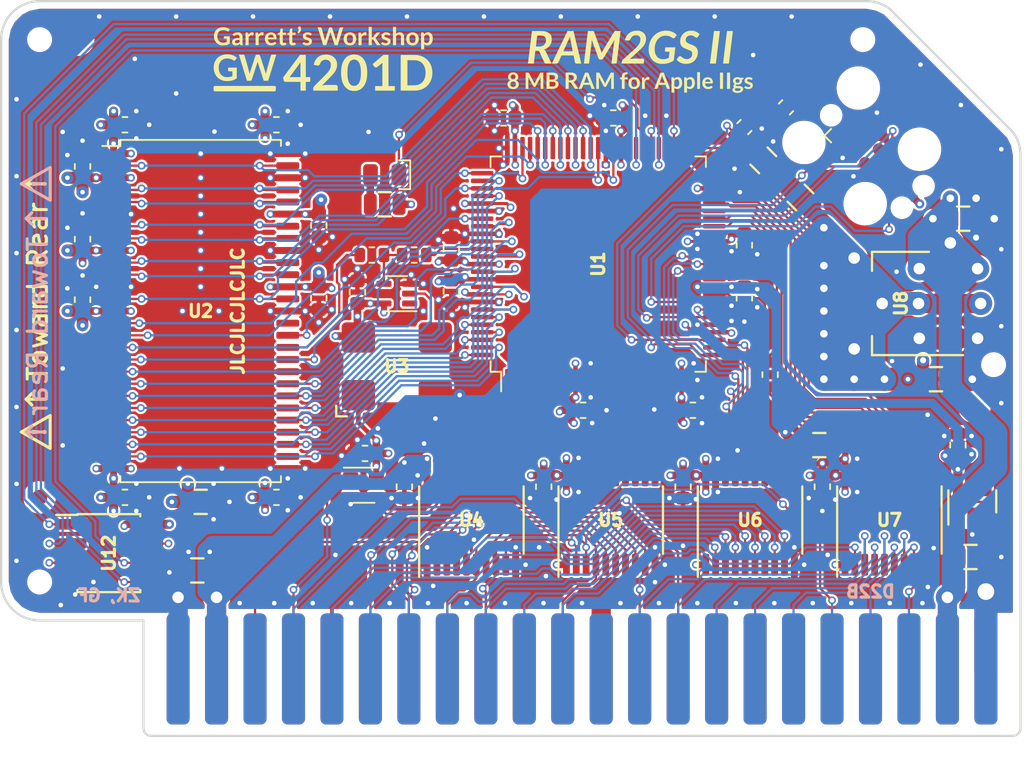
<source format=kicad_pcb>
(kicad_pcb (version 20221018) (generator pcbnew)

  (general
    (thickness 1.6108)
  )

  (paper "A4")
  (title_block
    (title "GW4201D (RAM2GS II) - LCMXO256 / LCMXO640")
    (date "2024-04-24")
    (rev "2.2")
    (company "Garrett's Workshop")
  )

  (layers
    (0 "F.Cu" signal)
    (1 "In1.Cu" power)
    (2 "In2.Cu" power)
    (31 "B.Cu" signal)
    (32 "B.Adhes" user "B.Adhesive")
    (33 "F.Adhes" user "F.Adhesive")
    (34 "B.Paste" user)
    (35 "F.Paste" user)
    (36 "B.SilkS" user "B.Silkscreen")
    (37 "F.SilkS" user "F.Silkscreen")
    (38 "B.Mask" user)
    (39 "F.Mask" user)
    (40 "Dwgs.User" user "User.Drawings")
    (41 "Cmts.User" user "User.Comments")
    (42 "Eco1.User" user "User.Eco1")
    (43 "Eco2.User" user "User.Eco2")
    (44 "Edge.Cuts" user)
    (45 "Margin" user)
    (46 "B.CrtYd" user "B.Courtyard")
    (47 "F.CrtYd" user "F.Courtyard")
    (48 "B.Fab" user)
    (49 "F.Fab" user)
  )

  (setup
    (stackup
      (layer "F.SilkS" (type "Top Silk Screen"))
      (layer "F.Paste" (type "Top Solder Paste"))
      (layer "F.Mask" (type "Top Solder Mask") (thickness 0.01))
      (layer "F.Cu" (type "copper") (thickness 0.035))
      (layer "dielectric 1" (type "core") (thickness 0.2104) (material "FR4") (epsilon_r 4.6) (loss_tangent 0.02))
      (layer "In1.Cu" (type "copper") (thickness 0.0175))
      (layer "dielectric 2" (type "prepreg") (thickness 1.065) (material "FR4") (epsilon_r 4.5) (loss_tangent 0.02))
      (layer "In2.Cu" (type "copper") (thickness 0.0175))
      (layer "dielectric 3" (type "core") (thickness 0.2104) (material "FR4") (epsilon_r 4.6) (loss_tangent 0.02))
      (layer "B.Cu" (type "copper") (thickness 0.035))
      (layer "B.Mask" (type "Bottom Solder Mask") (thickness 0.01))
      (layer "B.Paste" (type "Bottom Solder Paste"))
      (layer "B.SilkS" (type "Bottom Silk Screen"))
      (copper_finish "None")
      (dielectric_constraints no)
    )
    (pad_to_mask_clearance 0.0762)
    (solder_mask_min_width 0.127)
    (pad_to_paste_clearance -0.0381)
    (pcbplotparams
      (layerselection 0x00210f8_ffffffff)
      (plot_on_all_layers_selection 0x0000000_00000000)
      (disableapertmacros false)
      (usegerberextensions true)
      (usegerberattributes false)
      (usegerberadvancedattributes false)
      (creategerberjobfile false)
      (dashed_line_dash_ratio 12.000000)
      (dashed_line_gap_ratio 3.000000)
      (svgprecision 4)
      (plotframeref false)
      (viasonmask false)
      (mode 1)
      (useauxorigin false)
      (hpglpennumber 1)
      (hpglpenspeed 20)
      (hpglpendiameter 15.000000)
      (dxfpolygonmode true)
      (dxfimperialunits true)
      (dxfusepcbnewfont true)
      (psnegative false)
      (psa4output false)
      (plotreference true)
      (plotvalue true)
      (plotinvisibletext false)
      (sketchpadsonfab false)
      (subtractmaskfromsilk true)
      (outputformat 1)
      (mirror false)
      (drillshape 0)
      (scaleselection 1)
      (outputdirectory "gerber/")
    )
  )

  (net 0 "")
  (net 1 "GND")
  (net 2 "/FA15")
  (net 3 "/FA14")
  (net 4 "/FA13")
  (net 5 "/FA12")
  (net 6 "/FA11")
  (net 7 "/FA10")
  (net 8 "/~{CRAS}")
  (net 9 "/ABORT")
  (net 10 "/PH2")
  (net 11 "/~{CSEL}")
  (net 12 "/~{CROMSEL}")
  (net 13 "/CROW1")
  (net 14 "/CROW0")
  (net 15 "/~{CCAS}")
  (net 16 "/~{FWE}")
  (net 17 "/FRA1")
  (net 18 "/FRA2")
  (net 19 "/FRA0")
  (net 20 "/FRA7")
  (net 21 "/FRA5")
  (net 22 "/FRA4")
  (net 23 "/FRA3")
  (net 24 "/FRA6")
  (net 25 "/FRA8")
  (net 26 "/FRA9")
  (net 27 "/FD2")
  (net 28 "/FD7")
  (net 29 "/FD0")
  (net 30 "/FD6")
  (net 31 "/FD4")
  (net 32 "/FD5")
  (net 33 "/FD3")
  (net 34 "/FD1")
  (net 35 "/AClk")
  (net 36 "/RClk")
  (net 37 "+3V3")
  (net 38 "/Dout5")
  (net 39 "/Dout6")
  (net 40 "/Dout4")
  (net 41 "/Dout7")
  (net 42 "/Dout2")
  (net 43 "/Dout1")
  (net 44 "/Dout0")
  (net 45 "/Dout3")
  (net 46 "/Din3")
  (net 47 "/Din0")
  (net 48 "/Din1")
  (net 49 "/Din2")
  (net 50 "/Din7")
  (net 51 "/Din4")
  (net 52 "/Din6")
  (net 53 "/Din5")
  (net 54 "/~{WE}in")
  (net 55 "/Ain0")
  (net 56 "/Ain2")
  (net 57 "/Ain1")
  (net 58 "/PH2in")
  (net 59 "/~{CCAS}in")
  (net 60 "/CROWin0")
  (net 61 "/CROWin1")
  (net 62 "/~{CRAS}in")
  (net 63 "/RD0")
  (net 64 "/RD2")
  (net 65 "/RD1")
  (net 66 "/RD3")
  (net 67 "/RD7")
  (net 68 "/RD5")
  (net 69 "/RD6")
  (net 70 "/RD4")
  (net 71 "/Ain7")
  (net 72 "/Ain5")
  (net 73 "/Ain4")
  (net 74 "/Ain3")
  (net 75 "/Ain6")
  (net 76 "/Ain8")
  (net 77 "/Ain9")
  (net 78 "/DQMH")
  (net 79 "/CKE")
  (net 80 "/RA11")
  (net 81 "/RA9")
  (net 82 "/RA8")
  (net 83 "/RA7")
  (net 84 "/RA6")
  (net 85 "/RA5")
  (net 86 "/RA4")
  (net 87 "/RA3")
  (net 88 "/RA2")
  (net 89 "/RA1")
  (net 90 "/RA0")
  (net 91 "/RA10")
  (net 92 "/BA1")
  (net 93 "/BA0")
  (net 94 "/R~{CS}")
  (net 95 "/R~{RAS}")
  (net 96 "/R~{CAS}")
  (net 97 "/R~{WE}")
  (net 98 "/DQML")
  (net 99 "Net-(D1-A)")
  (net 100 "/TDI")
  (net 101 "unconnected-(J2-Pin_8-Pad8)")
  (net 102 "/TMS")
  (net 103 "/TDO")
  (net 104 "/TCK")
  (net 105 "+5V")
  (net 106 "unconnected-(J2-Pin_9-Pad9)")
  (net 107 "unconnected-(J2-Pin_10-Pad10)")
  (net 108 "Net-(U7-B0)")
  (net 109 "/MISO")
  (net 110 "/MOSI")
  (net 111 "/SCK")
  (net 112 "/S~{CS}")
  (net 113 "+1V2")
  (net 114 "Net-(U10-Y)")
  (net 115 "unconnected-(U1-PL4A-Pad9)")
  (net 116 "unconnected-(U1-PL4C-Pad11)")
  (net 117 "unconnected-(U1-PL4D-Pad13)")
  (net 118 "unconnected-(U1-PB5B{slash}PCLK2_1-Pad36)")
  (net 119 "unconnected-(U1-PR11B-Pad52)")
  (net 120 "unconnected-(U1-PR11A-Pad54)")
  (net 121 "unconnected-(U1-PR9D-Pad59)")
  (net 122 "Net-(U10-A)")
  (net 123 "Net-(U4-~{OE})")
  (net 124 "unconnected-(U9-NC-Pad1)")
  (net 125 "unconnected-(U10-NC-Pad1)")
  (net 126 "unconnected-(U11-NC-Pad4)")
  (net 127 "/LED")
  (net 128 "/TCKr")
  (net 129 "5VC")

  (footprint "stdpads:AppleIIgsMemoryExpansion_Edge" (layer "F.Cu") (at 84.328 135.382))

  (footprint "stdpads:C_0603" (layer "F.Cu") (at 51.35 106.9 90))

  (footprint "stdpads:C_0603" (layer "F.Cu") (at 51.35 102.1 90))

  (footprint "stdpads:C_0603" (layer "F.Cu") (at 54.15 99.35))

  (footprint "stdpads:C_0603" (layer "F.Cu") (at 64.15 123.95))

  (footprint "stdpads:C_0603" (layer "F.Cu") (at 64.15 99.35))

  (footprint "stdpads:C_0603" (layer "F.Cu") (at 66.95 110.8 -90))

  (footprint "stdpads:C_0603" (layer "F.Cu") (at 66.95 106 -90))

  (footprint "stdpads:C_0603" (layer "F.Cu") (at 51.35 110.9 90))

  (footprint "stdpads:C_0603" (layer "F.Cu") (at 54.15 123.95))

  (footprint "stdpads:PasteHole_1.1mm_PTH" (layer "F.Cu") (at 110.998 130.175))

  (footprint "stdpads:C_0603" (layer "F.Cu") (at 100.2 123.25 -90))

  (footprint "stdpads:TSSOP-20_4.4x6.5mm_P0.65mm" (layer "F.Cu") (at 95.425 125.45))

  (footprint "stdpads:C_0603" (layer "F.Cu") (at 91 123.25 -90))

  (footprint "stdpads:C_0603" (layer "F.Cu") (at 81.8 123.25 -90))

  (footprint "stdpads:TSSOP-20_4.4x6.5mm_P0.65mm" (layer "F.Cu") (at 104.625 125.45))

  (footprint "stdpads:C_0603" (layer "F.Cu") (at 72.6 123.25 -90))

  (footprint "stdpads:TSSOP-20_4.4x6.5mm_P0.65mm" (layer "F.Cu") (at 86.225 125.45))

  (footprint "stdpads:C_0805" (layer "F.Cu") (at 58.928 128.778 180))

  (footprint "stdpads:C_0805" (layer "F.Cu") (at 109.982 127.889))

  (footprint "stdpads:Fiducial" (layer "F.Cu") (at 100.33 93.726))

  (footprint "stdpads:SOT-223" (layer "F.Cu") (at 105.387 111.15))

  (footprint "stdpads:C_0805" (layer "F.Cu") (at 109.5 105.55))

  (footprint "stdpads:C_0805" (layer "F.Cu") (at 107.7 116.15))

  (footprint "stdpads:R_0805" (layer "F.Cu") (at 96.3 101.7 -45))

  (footprint "stdpads:R_0805" (layer "F.Cu") (at 98.75 104.15 135))

  (footprint "stdpads:Fiducial" (layer "F.Cu") (at 51.054 93.726))

  (footprint "stdpads:SOT-353" (layer "F.Cu") (at 69.9 123.15 -90))

  (footprint "stdpads:Tag-Connect_TC2050-IDC-FP_2x05_P1.27mm_Vertical" (layer "F.Cu") (at 103.474 101.415 -45))

  (footprint "stdpads:TSSOP-20_4.4x6.5mm_P0.65mm" (layer "F.Cu") (at 77.025 125.45))

  (footprint "stdpads:TSOP-II-54_22.2x10.16mm_P0.8mm" (layer "F.Cu") (at 59.15 111.65 -90))

  (footprint "stdpads:Crystal_SMD_7050-4Pin_7.0x5.0mm_SiTime" (layer "F.Cu") (at 72.1 115.3))

  (footprint "stdpads:SOT-353" (layer "F.Cu") (at 72.1 110.5 90))

  (footprint "stdpads:C_0603" (layer "F.Cu") (at 69.5 110.4 90))

  (footprint "stdpads:PasteHole_1.152mm_NPTH" (layer "F.Cu") (at 48.514 93.726))

  (footprint "stdpads:PasteHole_1.152mm_NPTH" (layer "F.Cu") (at 102.87 93.726))

  (footprint "stdpads:C_0805" (layer "F.Cu") (at 59.15 124.25))

  (footprint "stdpads:C_0603" (layer "F.Cu") (at 70 121.05 180))

  (footprint "stdpads:C_0603" (layer "F.Cu") (at 79.15 98.9 180))

  (footprint "stdpads:C_0603" (layer "F.Cu") (at 86.4 98.9 180))

  (footprint "stdpads:C_0603" (layer "F.Cu") (at 95.05 107.3 -90))

  (footprint "stdpads:C_0603" (layer "F.Cu") (at 95.05 110.8 -90))

  (footprint "stdpads:C_0603" (layer "F.Cu") (at 84.4 118.2))

  (footprint "stdpads:C_0603" (layer "F.Cu") (at 75.7 110.35 -90))

  (footprint "stdpads:C_0603" (layer "F.Cu") (at 91.65 118.2))

  (footprint "stdpads:C_0603" (layer "F.Cu") (at 75.7 107.55 90))

  (footprint "stdpads:TQFP-100_14x14mm_P0.5mm" (layer "F.Cu")
    (tstamp 00000000-0000-0000-0000-0000608a17f1)
    (at 85.4 108.55)
    (descr "TQFP, 100 Pin (http://www.microsemi.com/index.php?option=com_docman&task=doc_download&gid=131095), generated with kicad-footprint-generator ipc_gullwing_generator.py")
    (tags "TQFP QFP")
    (property "LCSC Part" "C1550734")
    (property "Sheetfile" "RAM2GS.kicad_sch")
    (property "Sheetname" "")
    (path "/00000000-0000-0000-0000-000062c26d47")
    (solder_mask_margin 0.024)
    (solder_paste_margin -0.035)
    (attr smd)
    (fp_text reference "U1" (at 0 0 90) (layer "F.Fab")
        (effects (font (size 0.8128 0.8128) (thickness 0.2032)))
      (tstamp a9a39565-d9fc-421b-9ab3-08e20fea343d)
    )
    (fp_text value "LCMXO256C-4TN100C" (at 1.05 0 90) (layer "F.Fab")
        (effects (font (size 0.508 0.508) (thickness 0.127)))
      (tstamp fbe0460e-2d31-4384-b4c6-4d77b74da0a3)
    )
    (fp_text user "${REFERENCE}" (at 0 0 90) (layer "F.SilkS")
        (effects (font (size 0.8128 0.8128) (thickness 0.2032)))
      (tstamp 79ace6a4-2225-4d13-92f7-f129972039a1)
    )
    (fp_line (start -7.11 -7.11) (end -6.41 -7.11)
      (stroke (width 0.12) (type solid)) (layer "F.SilkS") (tstamp 36af73d9-8c2a-4886-9fee-3633da6e88be))
    (fp_line (start -7.11 -6.41) (end -7.11 -7.11)
      (stroke (width 0.12) (type solid)) (layer "F.SilkS") (tstamp 0c035be7-765d-459d-80c6-fec4ac87f1f4))
    (fp_line (start -7.11 6.41) (end -7.11 7.11)
      (stroke (width 0.12) (type solid)) (layer "F.SilkS") (tstamp 0ea3d03d-06c9-4873-bb9a-d612d146741e))
    (fp_line (start -7.11 7.11) (end -6.41 7.11)
      (stroke (width 0.12) (type solid)) (layer "F.SilkS") (tstamp bd37b22a-af92-4af1-b0cb-22438066d409))
    (fp_line (start -6.41 7.11) (end -6.41 8.4)
      (stroke (width 0.12) (type solid)) (layer "F.SilkS") (tstamp 2d79538a-29f2-4e27-adf8-3fbbc66ad93f))
    (fp_line (start 7.11 -7.11) (end 6.41 -7.11)
      (stroke (width 0.12) (type solid)) (layer "F.SilkS") (tstamp c0d3fe3f-f37d-4abd-bdfa-9c3ba849219c))
    (fp_line (start 7.11 -6.41) (end 7.11 -7.11)
      (stroke (width 0.12) (type solid)) (layer "F.SilkS") (tstamp b2dc6957-874f-43c4-bf64-2e491a12a2e8))
    (fp_line (start 7.11 6.41) (end 7.11 7.11)
      (stroke (width 0.12) (type solid)) (layer "F.SilkS") (tstamp 489f5bce-ff4f-40da-a4a0-5136ce3c9d5a))
    (fp_line (start 7.11 7.11) (end 6.41 7.11)
      (stroke (width 0.12) (type solid)) (layer "F.SilkS") (tstamp dfb9d68d-c5d0-47c7-8161-40d71c7f21ee))
    (fp_line (start -8.65 -6.4) (end -7.25 -6.4)
      (stroke (width 0.05) (type solid)) (layer "F.CrtYd") (tstamp 41437632-403f-4860-8215-70c3604cbed8))
    (fp_line (start -8.65 0) (end -8.65 -6.4)
      (stroke (width 0.05) (type solid)) (layer "F.CrtYd") (tstamp d972599e-f371-47da-b30c-e2149b639f82))
    (fp_line (start -8.65 0) (end -8.65 6.4)
      (stroke (width 0.05) (type solid)) (layer "F.CrtYd") (tstamp d4f364d2-951c-4dd4-a7a6-59c08ec7e612))
    (fp_line (start -8.65 6.4) (end -7.25 6.4)
      (stroke (width 0.05) (type solid)) (layer "F.CrtYd") (tstamp 74878dcf-d38e-4657-b38b-4def5b5c7e3c))
    (fp_line (start -7.25 -7.25) (end -6.4 -7.25)
      (stroke (width 0.05) (type solid)) (layer "F.CrtYd") (tstamp 998dcbbf-83aa-416c-bc0f-36a1beb302c4))
    (fp_line (start -7.25 -6.4) (end -7.25 -7.25)
      (stroke (width 0.05) (type solid)) (layer "F.CrtYd") (tstamp 1e3970d9-4f11-4316-af99-5d26097295ce))
    (fp_line (start -7.25 6.4) (end -7.25 7.25)
      (stroke (width 0.05) (type solid)) (layer "F.CrtYd") (tstamp 3e2d8b5e-33b9-4c35-9828-c545d0f6dbd2))
    (fp_line (start -7.25 7.25) (end -6.4 7.25)
      (stroke (width 0.05) (type solid)) (layer "F.CrtYd") (tstamp fc25f31a-59e9-44d9-8bca-d6d9e005a1a5))
    (fp_line (start -6.4 -8.65) (end 0 -8.65)
      (stroke (width 0.05) (type solid)) (layer "F.CrtYd") (tstamp 33e77caf-f160-4dae-84b0-c3947fc69aac))
    (fp_line (start -6.4 -7.25) (end -6.4 -8.65)
      (stroke (width 0.05) (type solid)) (layer "F.CrtYd") (tstamp fa99a584-c372-4553-b570-9f36ee4ecfc9))
    (fp_line (start -6.4 7.25) (end -6.4 8.65)
      (stroke (width 0.05) (type solid)) (layer "F.CrtYd") (tstamp 284f42cd-0ba6-4007-b98d-5378d213a2da))
    (fp_line (start -6.4 8.65) (end 0 8.65)
      (stroke (width 0.05) (type solid)) (layer "F.CrtYd") (tstamp 90c7a2d0-5037-44b4-94dd-7c95032b525c))
    (fp_line (start 6.4 -8.65) (end 0 -8.65)
      (stroke (width 0.05) (type solid)) (layer "F.CrtYd") (tstamp 78b5a3f8-3070-4e53-9080-eae2db788200))
    (fp_line (start 6.4 -7.25) (end 6.4 -8.65)
      (stroke (width 0.05) (type solid)) (layer "F.CrtYd") (tstamp 63e9752a-0942-4b9c-8855-bac2426d5689))
    (fp_line (start 6.4 7.25) (end 6.4 8.65)
      (stroke (width 0.05) (type solid)) (layer "F.CrtYd") (tstamp 474e8ee6-38c6-40bc-bbc7-3ddc8e337244))
    (fp_line (start 6.4 8.65) (end 0 8.65)
      (stroke (width 0.05) (type solid)) (layer "F.CrtYd") (tstamp db866710-d374-4b29-8c8f-ba2e47fe5cc2))
    (fp_line (start 7.25 -7.25) (end 6.4 -7.25)
      (stroke (width 0.05) (type solid)) (layer "F.CrtYd") (tstamp a5694cb9-ebef-4528-a7e5-444e8f0cff0d))
    (fp_line (start 7.25 -6.4) (end 7.25 -7.25)
      (stroke (width 0.05) (type solid)) (layer "F.CrtYd") (tstamp 2fc911fe-8ee2-4c45-a735-5af118913ad2))
    (fp_line (start 7.25 6.4) (end 7.25 7.25)
      (stroke (width 0.05) (type solid)) (layer "F.CrtYd") (tstamp aea6eea6-fa33-4641-8ccd-0b59022124c2))
    (fp_line (start 7.25 7.25) (end 6.4 7.25)
      (stroke (width 0.05) (type solid)) (layer "F.CrtYd") (tstamp fb2757aa-7a8e-4caf-b858-e7024e958e9c))
    (fp_line (start 8.65 -6.4) (end 7.25 -6.4)
      (stroke (width 0.05) (type solid)) (layer "F.CrtYd") (tstamp 89e50ed4-45f9-4863-8218-855be4e8b998))
    (fp_line (start 8.65 0) (end 8.65 -6.4)
      (stroke (width 0.05) (type solid)) (layer "F.CrtYd") (tstamp 78d80a03-1f20-40a4-82dd-43c8d91ede40))
    (fp_line (start 8.65 0) (end 8.65 6.4)
      (stroke (width 0.05) (type solid)) (layer "F.CrtYd") (tstamp 35c6769e-6cdf-462a-b28e-a58e5ceb8d7e))
    (fp_line (start 8.65 6.4) (end 7.25 6.4)
      (stroke (width 0.05) (type solid)) (layer "F.CrtYd") (tstamp 6a85015f-fe2d-43b2-9a05-bd046d427990))
    (fp_line (start -7 -7) (end 7 -7)
      (stroke (width 0.1) (type solid)) (layer "F.Fab") (tstamp 6cbdd8e4-f1be-447d-b2e5-ff157dfe470b))
    (fp_line (start -7 6) (end -7 -7)
      (stroke (width 0.1) (type solid)) (layer "F.Fab") (tstamp 0dfdf0bf-3f05-4133-855d-26d4b43208ab))
    (fp_line (start -6 7) (end -7 6)
      (stroke (width 0.1) (type solid)) (layer "F.Fab") (tstamp 34506c59-6773-455e-84ea-c483519a5fd5))
    (fp_line (start 7 -7) (end 7 7)
      (stroke (width 0.1) (type solid)) (layer "F.Fab") (tstamp 89bfd9e5-da11-4d31-b379-a53d4e6194ca))
    (fp_line (start 7 7) (end -6 7)
      (stroke (width 0.1) (type solid)) (layer "F.Fab") (tstamp 2d1d2fd8-3ef5-48da-8196-e77159dcf0d3))
    (pad "1" smd roundrect (at -6 7.6625 90) (size 1.475 0.3) (layers "F.Cu" "F.Paste" "F.Mask") (roundrect_rratio 0.25)
      (net 44 "/Dout0") (pinfunction "PL2A") (pintype "bidirectional") (tstamp 2648f1bf-a6aa-4b2a-b6e1-d0353efdddde))
    (pad "2" smd roundrect (at -5.5 7.6625 90) (size 1.475 0.3) (layers "F.Cu" "F.Paste" "F.Mask") (roundrect_rratio 0.25)
      (net 39 "/Dout6") (pinfunction "PL2C") (pintype "bidirectional") (tstamp 53b671fd-08c1-45c3-8ecf-73deda1fa106))
    (pad "3" smd roundrect (at -5 7.6625 90) (size 1.475 0.3) (layers "F.Cu" "F.Paste" "F.Mask") (roundrect_rratio 0.25)
      (net 41 "/Dout7") (pinfunction "PL2B") (pintype "bidirectional") (tstamp f2315505-7130-4e02-891a-e91669e3550b))
    (pad "4" smd roundrect (at -4.5 7.6625 90) (size 1.475 0.3) (layers "F.Cu" "F.Paste" "F.Mask") (roundrect_rratio 0.25)
      (net 40 "/Dout4") (pinfunction "PL2D") (pintype "bidirectional") (tstamp f306632f-45fa-40f6-9d87-7527da1cfe94))
    (pad "5" smd roundrect (at -4 7.6625 90) (size 1.475 0.3) (layers "F.Cu" "F.Paste" "F.Mask") (roundrect_rratio 0.25)
      (net 38 "/Dout5") (pinfunction "PL3A") (pintype "bidirectional") (tstamp eb1ba40e-fcae-4f25-b834-97870af55aae))
    (pad "6" smd roundrect (at -3.5 7.6625 90) (size 1.475 0.3) (layers "F.Cu" "F.Paste" "F.Mask") (roundrect_rratio 0.25)
      (net 45 "/Dout3") (pinfunction "PL3B") (pintype "bidirectional") (tstamp f9d280cb-9d19-4da4-b6d5-d82dd7288b39))
    (pad "7" smd roundrect (at -3 7.6625 90) (size 1.475 0.3) (layers "F.Cu" "F.Paste" "F.Mask") (roundrect_rratio 0.25)
      (net 43 "/Dout1") (pinfunction "PL3C") (pintype "bidirectional") (tstamp 01a92c30-3fd9-414a-8cff-5f035a230650))
    (pad "8" smd roundrect (at -2.5 7.6625 90) (size 1.475 0.3) (layers "F.Cu" "F.Paste" "F.Mask") (roundrect_rratio 0.25)
      (net 42 "/Dout2") (pinfunction "PL3D") (pintype "bidirectional") (tstamp 82ffb3ec-4896-4975-bd7a-79533f5e3f96))
    (pad "9" smd roundrect (at -2 7.6625 90) (size 1.475 0.3) (layers "F.Cu" "F.Paste" "F.Mask") (roundrect_rratio 0.25)
      (net 115 "unconnected-(U1-PL4A-Pad9)") (pinfunction "PL4A") (pintype "bidirectional+no_connect") (tstamp 787af6ff-e5e7-405f-a7b0-f0c6a3afdeae))
    (pad "10" smd roundrect (at -1.5 7.6625 90) (size 1.475 0.3) (layers "F.Cu" "F.Paste" "F.Mask") (roundrect_rratio 0.25)
      (net 37 "+3V3") (pinfunction "VccIO3") (pintype "power_in") (tstamp 5fdb316b-e17d-4cc7-9e29-56ecb4549fd3))
    (pad "11" smd roundrect (at -1 7.6625 90) (size 1.475 0.3) (layers "F.Cu" "F.Paste" "F.Mask") (roundrect_rratio 0.25)
      (net 116 "unconnected-(U1-PL4C-Pad11)") (pinfunction "PL4C") (pintype "bidirectional+no_connect") (tstamp 1f072d6d-04fa-4102-b8cc-1d6696e9c982))
    (pad "12" smd roundrect (at -0.5 7.6625 90) (size 1.475 0.3) (layers "F.Cu" "F.Paste" "F.Mask") (roundrect_rratio 0.25)
      (net 1 "GND") (pinfunction "GNDIO3") (pintype "power_in") (tstamp 0638f0ba-759b-4baf-b3be-49cb300a1ebc))
    (pad "13" smd roundrect (at 0 7.6625 90) (size 1.475 0.3) (layers "F.Cu" "F.Paste" "F.Mask") (roundrect_rratio 0.25)
      (net 117 "unconnected-(U1-PL4D-Pad13)") (pinfunction "PL4D") (pintype "bidirectional+no_connect") (tstamp eb86fe3f-5f68-4037-a9b8-bd812368a98f))
    (pad "14" smd roundrect (at 0.5 7.6625 90) (size 1.475 0.3) (layers "F.Cu" "F.Paste" "F.Mask") (roundrect_rratio 0.25)
      (net 49 "/Din2") (pinfunction "PL5B/~{GSRN}") (pintype "bidirectional") (tstamp b7b606a3-7792-4c42-b8e4-a600db4479e7))
    (pad "15" smd roundrect (at 1 7.6625 90) (size 1.475 0.3) (layers "F.Cu" "F.Paste" "F.Mask") (roundrect_rratio 0.25)
      (net 48 "/Din1") (pinfunction "PL7B") (pintype "bidirectional") (tstamp 69d52d36-7445-483f-935e-a8b353bc956f))
    (pad "16" smd roundrect (at 1.5 7.6625 90) (size 1.475 0.3) (layers "F.Cu" "F.Paste" "F.Mask") (roundrect_rratio 0.25)
      (net 46 "/Din3") (pinfunction "PL8C/TSALL") (pintype "bidirectional") (tstamp 1c760ce5-2876-4141-95d6-f8fe0087991c))
    (pad "17" smd roundrect (at 2 7.6625 90) (size 1.475 0.3) (layers "F.Cu" "F.Paste" "F.Mask") (roundrect_rratio 0.25)
      (net 53 "/Din5") (pinfunction "PL8D") (pintype "bidirectional") (tstamp aa4e3eb8-9e21-4c9b-9160-3c5d705b4911))
    (pad "18" smd roundrect (at 2.5 7.6625 90) (size 1.475 0.3) (layers "F.Cu" "F.Paste" "F.Mask") (roundrect_rratio 0.25)
      (net 51 "/Din4") (pinfunction "PL9A") (pintype "bidirectional") (tstamp 357bada0-deae-4a12-8c8b-34d28aaba447))
    (pad "19" smd roundrect (at 3 7.6625 90) (size 1.475 0.3) (layers "F.Cu" "F.Paste" "F.Mask") (roundrect_rratio 0.25)
      (net 50 "/Din7") (pinfunction "PL9C") (pintype "bidirectional") (tstamp 92c9d16f-a5a3-44f3-bce0-6d432f4dc525))
    (pad "20" smd roundrect (at 3.5 7.6625 90) (size 1.475 0.3) (layers "F.Cu" "F.Paste" "F.Mask") (roundrect_rratio 0.25)
      (net 52 "/Din6") (pinfunction "PL10A") (pintype "bidirectional") (tstamp 90446b6c-4955-4a42-9db7-07aeae54f83e))
    (pad "21" smd roundrect (at 4 7.6625 90) (size 1.475 0.3) (layers "F.Cu" "F.Paste" "F.Mask") (roundrect_rratio 0.25)
      (net 47 "/Din0") (pinfunction "PL10C") (pintype "bidirectional") (tstamp 96cf169d-9d38-486a-88e8-bf838288ff5f))
    (pad "22" smd roundrect (at 4.5 7.6625 90) (size 1.475 0.3) (layers "F.Cu" "F.Paste" "F.Mask") (roundrect_rratio 0.25)
      (net 54 "/~{WE}in") (pinfunction "PL11A") (pintype "bidirectional") (tstamp 28b44ae0-fd26-4ed4-bdf7-59ea46f56617))
    (pad "23" smd roundrect (at 5 7.6625 90) (size 1.475 0.3) (layers "F.Cu" "F.Paste" "F.Mask") (roundrect_rratio 0.25)
      (net 55 "/Ain0") (pinfunction "PL11C") (pintype "bidirectional") (tstamp abed0bb0-29a1-4e84-936f-7c77321660c8))
    (pad "24" smd roundrect (at 5.5 7.6625 90) (size 1.475 0.3) (layers "F.Cu" 
... [2399551 chars truncated]
</source>
